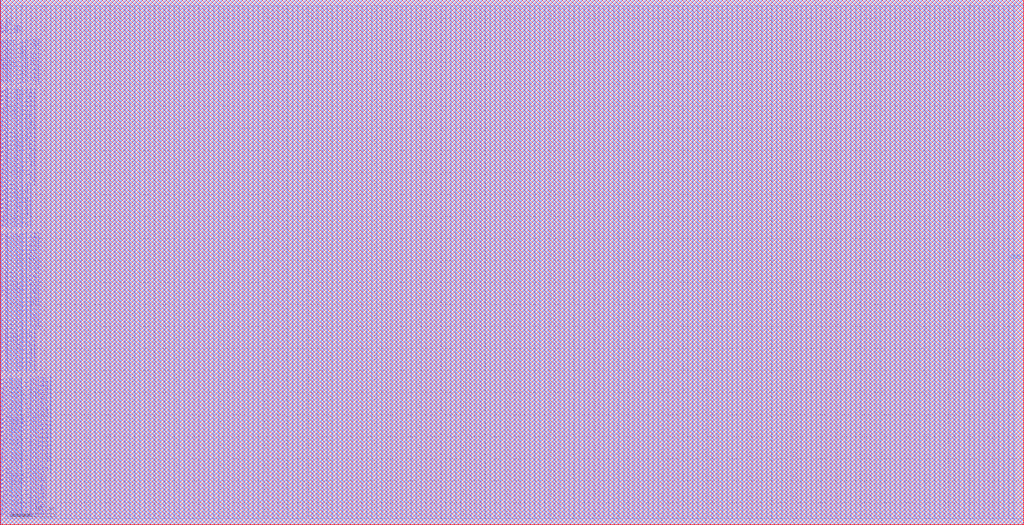
<source format=lef>
VERSION 5.7 ;
BUSBITCHARS "[]" ;
MACRO fakeram65_1024x32
  FOREIGN fakeram65_1024x32 0 0 ;
  SYMMETRY X Y R90 ;
  SIZE 232.200 BY 119.200 ;
  CLASS BLOCK ;
  PIN w_mask_in[0]
    DIRECTION INPUT ;
    USE SIGNAL ;
    SHAPE ABUTMENT ;
    PORT
      LAYER M3 ;
      RECT 0.000 1.365 0.070 1.435 ;
    END
  END w_mask_in[0]
  PIN w_mask_in[1]
    DIRECTION INPUT ;
    USE SIGNAL ;
    SHAPE ABUTMENT ;
    PORT
      LAYER M3 ;
      RECT 0.000 2.345 0.070 2.415 ;
    END
  END w_mask_in[1]
  PIN w_mask_in[2]
    DIRECTION INPUT ;
    USE SIGNAL ;
    SHAPE ABUTMENT ;
    PORT
      LAYER M3 ;
      RECT 0.000 3.325 0.070 3.395 ;
    END
  END w_mask_in[2]
  PIN w_mask_in[3]
    DIRECTION INPUT ;
    USE SIGNAL ;
    SHAPE ABUTMENT ;
    PORT
      LAYER M3 ;
      RECT 0.000 4.305 0.070 4.375 ;
    END
  END w_mask_in[3]
  PIN w_mask_in[4]
    DIRECTION INPUT ;
    USE SIGNAL ;
    SHAPE ABUTMENT ;
    PORT
      LAYER M3 ;
      RECT 0.000 5.285 0.070 5.355 ;
    END
  END w_mask_in[4]
  PIN w_mask_in[5]
    DIRECTION INPUT ;
    USE SIGNAL ;
    SHAPE ABUTMENT ;
    PORT
      LAYER M3 ;
      RECT 0.000 6.265 0.070 6.335 ;
    END
  END w_mask_in[5]
  PIN w_mask_in[6]
    DIRECTION INPUT ;
    USE SIGNAL ;
    SHAPE ABUTMENT ;
    PORT
      LAYER M3 ;
      RECT 0.000 7.245 0.070 7.315 ;
    END
  END w_mask_in[6]
  PIN w_mask_in[7]
    DIRECTION INPUT ;
    USE SIGNAL ;
    SHAPE ABUTMENT ;
    PORT
      LAYER M3 ;
      RECT 0.000 8.225 0.070 8.295 ;
    END
  END w_mask_in[7]
  PIN w_mask_in[8]
    DIRECTION INPUT ;
    USE SIGNAL ;
    SHAPE ABUTMENT ;
    PORT
      LAYER M3 ;
      RECT 0.000 9.205 0.070 9.275 ;
    END
  END w_mask_in[8]
  PIN w_mask_in[9]
    DIRECTION INPUT ;
    USE SIGNAL ;
    SHAPE ABUTMENT ;
    PORT
      LAYER M3 ;
      RECT 0.000 10.185 0.070 10.255 ;
    END
  END w_mask_in[9]
  PIN w_mask_in[10]
    DIRECTION INPUT ;
    USE SIGNAL ;
    SHAPE ABUTMENT ;
    PORT
      LAYER M3 ;
      RECT 0.000 11.165 0.070 11.235 ;
    END
  END w_mask_in[10]
  PIN w_mask_in[11]
    DIRECTION INPUT ;
    USE SIGNAL ;
    SHAPE ABUTMENT ;
    PORT
      LAYER M3 ;
      RECT 0.000 12.145 0.070 12.215 ;
    END
  END w_mask_in[11]
  PIN w_mask_in[12]
    DIRECTION INPUT ;
    USE SIGNAL ;
    SHAPE ABUTMENT ;
    PORT
      LAYER M3 ;
      RECT 0.000 13.125 0.070 13.195 ;
    END
  END w_mask_in[12]
  PIN w_mask_in[13]
    DIRECTION INPUT ;
    USE SIGNAL ;
    SHAPE ABUTMENT ;
    PORT
      LAYER M3 ;
      RECT 0.000 14.105 0.070 14.175 ;
    END
  END w_mask_in[13]
  PIN w_mask_in[14]
    DIRECTION INPUT ;
    USE SIGNAL ;
    SHAPE ABUTMENT ;
    PORT
      LAYER M3 ;
      RECT 0.000 15.085 0.070 15.155 ;
    END
  END w_mask_in[14]
  PIN w_mask_in[15]
    DIRECTION INPUT ;
    USE SIGNAL ;
    SHAPE ABUTMENT ;
    PORT
      LAYER M3 ;
      RECT 0.000 16.065 0.070 16.135 ;
    END
  END w_mask_in[15]
  PIN w_mask_in[16]
    DIRECTION INPUT ;
    USE SIGNAL ;
    SHAPE ABUTMENT ;
    PORT
      LAYER M3 ;
      RECT 0.000 17.045 0.070 17.115 ;
    END
  END w_mask_in[16]
  PIN w_mask_in[17]
    DIRECTION INPUT ;
    USE SIGNAL ;
    SHAPE ABUTMENT ;
    PORT
      LAYER M3 ;
      RECT 0.000 18.025 0.070 18.095 ;
    END
  END w_mask_in[17]
  PIN w_mask_in[18]
    DIRECTION INPUT ;
    USE SIGNAL ;
    SHAPE ABUTMENT ;
    PORT
      LAYER M3 ;
      RECT 0.000 19.005 0.070 19.075 ;
    END
  END w_mask_in[18]
  PIN w_mask_in[19]
    DIRECTION INPUT ;
    USE SIGNAL ;
    SHAPE ABUTMENT ;
    PORT
      LAYER M3 ;
      RECT 0.000 19.985 0.070 20.055 ;
    END
  END w_mask_in[19]
  PIN w_mask_in[20]
    DIRECTION INPUT ;
    USE SIGNAL ;
    SHAPE ABUTMENT ;
    PORT
      LAYER M3 ;
      RECT 0.000 20.965 0.070 21.035 ;
    END
  END w_mask_in[20]
  PIN w_mask_in[21]
    DIRECTION INPUT ;
    USE SIGNAL ;
    SHAPE ABUTMENT ;
    PORT
      LAYER M3 ;
      RECT 0.000 21.945 0.070 22.015 ;
    END
  END w_mask_in[21]
  PIN w_mask_in[22]
    DIRECTION INPUT ;
    USE SIGNAL ;
    SHAPE ABUTMENT ;
    PORT
      LAYER M3 ;
      RECT 0.000 22.925 0.070 22.995 ;
    END
  END w_mask_in[22]
  PIN w_mask_in[23]
    DIRECTION INPUT ;
    USE SIGNAL ;
    SHAPE ABUTMENT ;
    PORT
      LAYER M3 ;
      RECT 0.000 23.905 0.070 23.975 ;
    END
  END w_mask_in[23]
  PIN w_mask_in[24]
    DIRECTION INPUT ;
    USE SIGNAL ;
    SHAPE ABUTMENT ;
    PORT
      LAYER M3 ;
      RECT 0.000 24.885 0.070 24.955 ;
    END
  END w_mask_in[24]
  PIN w_mask_in[25]
    DIRECTION INPUT ;
    USE SIGNAL ;
    SHAPE ABUTMENT ;
    PORT
      LAYER M3 ;
      RECT 0.000 25.865 0.070 25.935 ;
    END
  END w_mask_in[25]
  PIN w_mask_in[26]
    DIRECTION INPUT ;
    USE SIGNAL ;
    SHAPE ABUTMENT ;
    PORT
      LAYER M3 ;
      RECT 0.000 26.845 0.070 26.915 ;
    END
  END w_mask_in[26]
  PIN w_mask_in[27]
    DIRECTION INPUT ;
    USE SIGNAL ;
    SHAPE ABUTMENT ;
    PORT
      LAYER M3 ;
      RECT 0.000 27.825 0.070 27.895 ;
    END
  END w_mask_in[27]
  PIN w_mask_in[28]
    DIRECTION INPUT ;
    USE SIGNAL ;
    SHAPE ABUTMENT ;
    PORT
      LAYER M3 ;
      RECT 0.000 28.805 0.070 28.875 ;
    END
  END w_mask_in[28]
  PIN w_mask_in[29]
    DIRECTION INPUT ;
    USE SIGNAL ;
    SHAPE ABUTMENT ;
    PORT
      LAYER M3 ;
      RECT 0.000 29.785 0.070 29.855 ;
    END
  END w_mask_in[29]
  PIN w_mask_in[30]
    DIRECTION INPUT ;
    USE SIGNAL ;
    SHAPE ABUTMENT ;
    PORT
      LAYER M3 ;
      RECT 0.000 30.765 0.070 30.835 ;
    END
  END w_mask_in[30]
  PIN w_mask_in[31]
    DIRECTION INPUT ;
    USE SIGNAL ;
    SHAPE ABUTMENT ;
    PORT
      LAYER M3 ;
      RECT 0.000 31.745 0.070 31.815 ;
    END
  END w_mask_in[31]
  PIN rd_out[0]
    DIRECTION OUTPUT ;
    USE SIGNAL ;
    SHAPE ABUTMENT ;
    PORT
      LAYER M3 ;
      RECT 0.000 34.125 0.070 34.195 ;
    END
  END rd_out[0]
  PIN rd_out[1]
    DIRECTION OUTPUT ;
    USE SIGNAL ;
    SHAPE ABUTMENT ;
    PORT
      LAYER M3 ;
      RECT 0.000 35.105 0.070 35.175 ;
    END
  END rd_out[1]
  PIN rd_out[2]
    DIRECTION OUTPUT ;
    USE SIGNAL ;
    SHAPE ABUTMENT ;
    PORT
      LAYER M3 ;
      RECT 0.000 36.085 0.070 36.155 ;
    END
  END rd_out[2]
  PIN rd_out[3]
    DIRECTION OUTPUT ;
    USE SIGNAL ;
    SHAPE ABUTMENT ;
    PORT
      LAYER M3 ;
      RECT 0.000 37.065 0.070 37.135 ;
    END
  END rd_out[3]
  PIN rd_out[4]
    DIRECTION OUTPUT ;
    USE SIGNAL ;
    SHAPE ABUTMENT ;
    PORT
      LAYER M3 ;
      RECT 0.000 38.045 0.070 38.115 ;
    END
  END rd_out[4]
  PIN rd_out[5]
    DIRECTION OUTPUT ;
    USE SIGNAL ;
    SHAPE ABUTMENT ;
    PORT
      LAYER M3 ;
      RECT 0.000 39.025 0.070 39.095 ;
    END
  END rd_out[5]
  PIN rd_out[6]
    DIRECTION OUTPUT ;
    USE SIGNAL ;
    SHAPE ABUTMENT ;
    PORT
      LAYER M3 ;
      RECT 0.000 40.005 0.070 40.075 ;
    END
  END rd_out[6]
  PIN rd_out[7]
    DIRECTION OUTPUT ;
    USE SIGNAL ;
    SHAPE ABUTMENT ;
    PORT
      LAYER M3 ;
      RECT 0.000 40.985 0.070 41.055 ;
    END
  END rd_out[7]
  PIN rd_out[8]
    DIRECTION OUTPUT ;
    USE SIGNAL ;
    SHAPE ABUTMENT ;
    PORT
      LAYER M3 ;
      RECT 0.000 41.965 0.070 42.035 ;
    END
  END rd_out[8]
  PIN rd_out[9]
    DIRECTION OUTPUT ;
    USE SIGNAL ;
    SHAPE ABUTMENT ;
    PORT
      LAYER M3 ;
      RECT 0.000 42.945 0.070 43.015 ;
    END
  END rd_out[9]
  PIN rd_out[10]
    DIRECTION OUTPUT ;
    USE SIGNAL ;
    SHAPE ABUTMENT ;
    PORT
      LAYER M3 ;
      RECT 0.000 43.925 0.070 43.995 ;
    END
  END rd_out[10]
  PIN rd_out[11]
    DIRECTION OUTPUT ;
    USE SIGNAL ;
    SHAPE ABUTMENT ;
    PORT
      LAYER M3 ;
      RECT 0.000 44.905 0.070 44.975 ;
    END
  END rd_out[11]
  PIN rd_out[12]
    DIRECTION OUTPUT ;
    USE SIGNAL ;
    SHAPE ABUTMENT ;
    PORT
      LAYER M3 ;
      RECT 0.000 45.885 0.070 45.955 ;
    END
  END rd_out[12]
  PIN rd_out[13]
    DIRECTION OUTPUT ;
    USE SIGNAL ;
    SHAPE ABUTMENT ;
    PORT
      LAYER M3 ;
      RECT 0.000 46.865 0.070 46.935 ;
    END
  END rd_out[13]
  PIN rd_out[14]
    DIRECTION OUTPUT ;
    USE SIGNAL ;
    SHAPE ABUTMENT ;
    PORT
      LAYER M3 ;
      RECT 0.000 47.845 0.070 47.915 ;
    END
  END rd_out[14]
  PIN rd_out[15]
    DIRECTION OUTPUT ;
    USE SIGNAL ;
    SHAPE ABUTMENT ;
    PORT
      LAYER M3 ;
      RECT 0.000 48.825 0.070 48.895 ;
    END
  END rd_out[15]
  PIN rd_out[16]
    DIRECTION OUTPUT ;
    USE SIGNAL ;
    SHAPE ABUTMENT ;
    PORT
      LAYER M3 ;
      RECT 0.000 49.805 0.070 49.875 ;
    END
  END rd_out[16]
  PIN rd_out[17]
    DIRECTION OUTPUT ;
    USE SIGNAL ;
    SHAPE ABUTMENT ;
    PORT
      LAYER M3 ;
      RECT 0.000 50.785 0.070 50.855 ;
    END
  END rd_out[17]
  PIN rd_out[18]
    DIRECTION OUTPUT ;
    USE SIGNAL ;
    SHAPE ABUTMENT ;
    PORT
      LAYER M3 ;
      RECT 0.000 51.765 0.070 51.835 ;
    END
  END rd_out[18]
  PIN rd_out[19]
    DIRECTION OUTPUT ;
    USE SIGNAL ;
    SHAPE ABUTMENT ;
    PORT
      LAYER M3 ;
      RECT 0.000 52.745 0.070 52.815 ;
    END
  END rd_out[19]
  PIN rd_out[20]
    DIRECTION OUTPUT ;
    USE SIGNAL ;
    SHAPE ABUTMENT ;
    PORT
      LAYER M3 ;
      RECT 0.000 53.725 0.070 53.795 ;
    END
  END rd_out[20]
  PIN rd_out[21]
    DIRECTION OUTPUT ;
    USE SIGNAL ;
    SHAPE ABUTMENT ;
    PORT
      LAYER M3 ;
      RECT 0.000 54.705 0.070 54.775 ;
    END
  END rd_out[21]
  PIN rd_out[22]
    DIRECTION OUTPUT ;
    USE SIGNAL ;
    SHAPE ABUTMENT ;
    PORT
      LAYER M3 ;
      RECT 0.000 55.685 0.070 55.755 ;
    END
  END rd_out[22]
  PIN rd_out[23]
    DIRECTION OUTPUT ;
    USE SIGNAL ;
    SHAPE ABUTMENT ;
    PORT
      LAYER M3 ;
      RECT 0.000 56.665 0.070 56.735 ;
    END
  END rd_out[23]
  PIN rd_out[24]
    DIRECTION OUTPUT ;
    USE SIGNAL ;
    SHAPE ABUTMENT ;
    PORT
      LAYER M3 ;
      RECT 0.000 57.645 0.070 57.715 ;
    END
  END rd_out[24]
  PIN rd_out[25]
    DIRECTION OUTPUT ;
    USE SIGNAL ;
    SHAPE ABUTMENT ;
    PORT
      LAYER M3 ;
      RECT 0.000 58.625 0.070 58.695 ;
    END
  END rd_out[25]
  PIN rd_out[26]
    DIRECTION OUTPUT ;
    USE SIGNAL ;
    SHAPE ABUTMENT ;
    PORT
      LAYER M3 ;
      RECT 0.000 59.605 0.070 59.675 ;
    END
  END rd_out[26]
  PIN rd_out[27]
    DIRECTION OUTPUT ;
    USE SIGNAL ;
    SHAPE ABUTMENT ;
    PORT
      LAYER M3 ;
      RECT 0.000 60.585 0.070 60.655 ;
    END
  END rd_out[27]
  PIN rd_out[28]
    DIRECTION OUTPUT ;
    USE SIGNAL ;
    SHAPE ABUTMENT ;
    PORT
      LAYER M3 ;
      RECT 0.000 61.565 0.070 61.635 ;
    END
  END rd_out[28]
  PIN rd_out[29]
    DIRECTION OUTPUT ;
    USE SIGNAL ;
    SHAPE ABUTMENT ;
    PORT
      LAYER M3 ;
      RECT 0.000 62.545 0.070 62.615 ;
    END
  END rd_out[29]
  PIN rd_out[30]
    DIRECTION OUTPUT ;
    USE SIGNAL ;
    SHAPE ABUTMENT ;
    PORT
      LAYER M3 ;
      RECT 0.000 63.525 0.070 63.595 ;
    END
  END rd_out[30]
  PIN rd_out[31]
    DIRECTION OUTPUT ;
    USE SIGNAL ;
    SHAPE ABUTMENT ;
    PORT
      LAYER M3 ;
      RECT 0.000 64.505 0.070 64.575 ;
    END
  END rd_out[31]
  PIN wd_in[0]
    DIRECTION INPUT ;
    USE SIGNAL ;
    SHAPE ABUTMENT ;
    PORT
      LAYER M3 ;
      RECT 0.000 66.885 0.070 66.955 ;
    END
  END wd_in[0]
  PIN wd_in[1]
    DIRECTION INPUT ;
    USE SIGNAL ;
    SHAPE ABUTMENT ;
    PORT
      LAYER M3 ;
      RECT 0.000 67.865 0.070 67.935 ;
    END
  END wd_in[1]
  PIN wd_in[2]
    DIRECTION INPUT ;
    USE SIGNAL ;
    SHAPE ABUTMENT ;
    PORT
      LAYER M3 ;
      RECT 0.000 68.845 0.070 68.915 ;
    END
  END wd_in[2]
  PIN wd_in[3]
    DIRECTION INPUT ;
    USE SIGNAL ;
    SHAPE ABUTMENT ;
    PORT
      LAYER M3 ;
      RECT 0.000 69.825 0.070 69.895 ;
    END
  END wd_in[3]
  PIN wd_in[4]
    DIRECTION INPUT ;
    USE SIGNAL ;
    SHAPE ABUTMENT ;
    PORT
      LAYER M3 ;
      RECT 0.000 70.805 0.070 70.875 ;
    END
  END wd_in[4]
  PIN wd_in[5]
    DIRECTION INPUT ;
    USE SIGNAL ;
    SHAPE ABUTMENT ;
    PORT
      LAYER M3 ;
      RECT 0.000 71.785 0.070 71.855 ;
    END
  END wd_in[5]
  PIN wd_in[6]
    DIRECTION INPUT ;
    USE SIGNAL ;
    SHAPE ABUTMENT ;
    PORT
      LAYER M3 ;
      RECT 0.000 72.765 0.070 72.835 ;
    END
  END wd_in[6]
  PIN wd_in[7]
    DIRECTION INPUT ;
    USE SIGNAL ;
    SHAPE ABUTMENT ;
    PORT
      LAYER M3 ;
      RECT 0.000 73.745 0.070 73.815 ;
    END
  END wd_in[7]
  PIN wd_in[8]
    DIRECTION INPUT ;
    USE SIGNAL ;
    SHAPE ABUTMENT ;
    PORT
      LAYER M3 ;
      RECT 0.000 74.725 0.070 74.795 ;
    END
  END wd_in[8]
  PIN wd_in[9]
    DIRECTION INPUT ;
    USE SIGNAL ;
    SHAPE ABUTMENT ;
    PORT
      LAYER M3 ;
      RECT 0.000 75.705 0.070 75.775 ;
    END
  END wd_in[9]
  PIN wd_in[10]
    DIRECTION INPUT ;
    USE SIGNAL ;
    SHAPE ABUTMENT ;
    PORT
      LAYER M3 ;
      RECT 0.000 76.685 0.070 76.755 ;
    END
  END wd_in[10]
  PIN wd_in[11]
    DIRECTION INPUT ;
    USE SIGNAL ;
    SHAPE ABUTMENT ;
    PORT
      LAYER M3 ;
      RECT 0.000 77.665 0.070 77.735 ;
    END
  END wd_in[11]
  PIN wd_in[12]
    DIRECTION INPUT ;
    USE SIGNAL ;
    SHAPE ABUTMENT ;
    PORT
      LAYER M3 ;
      RECT 0.000 78.645 0.070 78.715 ;
    END
  END wd_in[12]
  PIN wd_in[13]
    DIRECTION INPUT ;
    USE SIGNAL ;
    SHAPE ABUTMENT ;
    PORT
      LAYER M3 ;
      RECT 0.000 79.625 0.070 79.695 ;
    END
  END wd_in[13]
  PIN wd_in[14]
    DIRECTION INPUT ;
    USE SIGNAL ;
    SHAPE ABUTMENT ;
    PORT
      LAYER M3 ;
      RECT 0.000 80.605 0.070 80.675 ;
    END
  END wd_in[14]
  PIN wd_in[15]
    DIRECTION INPUT ;
    USE SIGNAL ;
    SHAPE ABUTMENT ;
    PORT
      LAYER M3 ;
      RECT 0.000 81.585 0.070 81.655 ;
    END
  END wd_in[15]
  PIN wd_in[16]
    DIRECTION INPUT ;
    USE SIGNAL ;
    SHAPE ABUTMENT ;
    PORT
      LAYER M3 ;
      RECT 0.000 82.565 0.070 82.635 ;
    END
  END wd_in[16]
  PIN wd_in[17]
    DIRECTION INPUT ;
    USE SIGNAL ;
    SHAPE ABUTMENT ;
    PORT
      LAYER M3 ;
      RECT 0.000 83.545 0.070 83.615 ;
    END
  END wd_in[17]
  PIN wd_in[18]
    DIRECTION INPUT ;
    USE SIGNAL ;
    SHAPE ABUTMENT ;
    PORT
      LAYER M3 ;
      RECT 0.000 84.525 0.070 84.595 ;
    END
  END wd_in[18]
  PIN wd_in[19]
    DIRECTION INPUT ;
    USE SIGNAL ;
    SHAPE ABUTMENT ;
    PORT
      LAYER M3 ;
      RECT 0.000 85.505 0.070 85.575 ;
    END
  END wd_in[19]
  PIN wd_in[20]
    DIRECTION INPUT ;
    USE SIGNAL ;
    SHAPE ABUTMENT ;
    PORT
      LAYER M3 ;
      RECT 0.000 86.485 0.070 86.555 ;
    END
  END wd_in[20]
  PIN wd_in[21]
    DIRECTION INPUT ;
    USE SIGNAL ;
    SHAPE ABUTMENT ;
    PORT
      LAYER M3 ;
      RECT 0.000 87.465 0.070 87.535 ;
    END
  END wd_in[21]
  PIN wd_in[22]
    DIRECTION INPUT ;
    USE SIGNAL ;
    SHAPE ABUTMENT ;
    PORT
      LAYER M3 ;
      RECT 0.000 88.445 0.070 88.515 ;
    END
  END wd_in[22]
  PIN wd_in[23]
    DIRECTION INPUT ;
    USE SIGNAL ;
    SHAPE ABUTMENT ;
    PORT
      LAYER M3 ;
      RECT 0.000 89.425 0.070 89.495 ;
    END
  END wd_in[23]
  PIN wd_in[24]
    DIRECTION INPUT ;
    USE SIGNAL ;
    SHAPE ABUTMENT ;
    PORT
      LAYER M3 ;
      RECT 0.000 90.405 0.070 90.475 ;
    END
  END wd_in[24]
  PIN wd_in[25]
    DIRECTION INPUT ;
    USE SIGNAL ;
    SHAPE ABUTMENT ;
    PORT
      LAYER M3 ;
      RECT 0.000 91.385 0.070 91.455 ;
    END
  END wd_in[25]
  PIN wd_in[26]
    DIRECTION INPUT ;
    USE SIGNAL ;
    SHAPE ABUTMENT ;
    PORT
      LAYER M3 ;
      RECT 0.000 92.365 0.070 92.435 ;
    END
  END wd_in[26]
  PIN wd_in[27]
    DIRECTION INPUT ;
    USE SIGNAL ;
    SHAPE ABUTMENT ;
    PORT
      LAYER M3 ;
      RECT 0.000 93.345 0.070 93.415 ;
    END
  END wd_in[27]
  PIN wd_in[28]
    DIRECTION INPUT ;
    USE SIGNAL ;
    SHAPE ABUTMENT ;
    PORT
      LAYER M3 ;
      RECT 0.000 94.325 0.070 94.395 ;
    END
  END wd_in[28]
  PIN wd_in[29]
    DIRECTION INPUT ;
    USE SIGNAL ;
    SHAPE ABUTMENT ;
    PORT
      LAYER M3 ;
      RECT 0.000 95.305 0.070 95.375 ;
    END
  END wd_in[29]
  PIN wd_in[30]
    DIRECTION INPUT ;
    USE SIGNAL ;
    SHAPE ABUTMENT ;
    PORT
      LAYER M3 ;
      RECT 0.000 96.285 0.070 96.355 ;
    END
  END wd_in[30]
  PIN wd_in[31]
    DIRECTION INPUT ;
    USE SIGNAL ;
    SHAPE ABUTMENT ;
    PORT
      LAYER M3 ;
      RECT 0.000 97.265 0.070 97.335 ;
    END
  END wd_in[31]
  PIN addr_in[0]
    DIRECTION INPUT ;
    USE SIGNAL ;
    SHAPE ABUTMENT ;
    PORT
      LAYER M3 ;
      RECT 0.000 99.645 0.070 99.715 ;
    END
  END addr_in[0]
  PIN addr_in[1]
    DIRECTION INPUT ;
    USE SIGNAL ;
    SHAPE ABUTMENT ;
    PORT
      LAYER M3 ;
      RECT 0.000 100.625 0.070 100.695 ;
    END
  END addr_in[1]
  PIN addr_in[2]
    DIRECTION INPUT ;
    USE SIGNAL ;
    SHAPE ABUTMENT ;
    PORT
      LAYER M3 ;
      RECT 0.000 101.605 0.070 101.675 ;
    END
  END addr_in[2]
  PIN addr_in[3]
    DIRECTION INPUT ;
    USE SIGNAL ;
    SHAPE ABUTMENT ;
    PORT
      LAYER M3 ;
      RECT 0.000 102.585 0.070 102.655 ;
    END
  END addr_in[3]
  PIN addr_in[4]
    DIRECTION INPUT ;
    USE SIGNAL ;
    SHAPE ABUTMENT ;
    PORT
      LAYER M3 ;
      RECT 0.000 103.565 0.070 103.635 ;
    END
  END addr_in[4]
  PIN addr_in[5]
    DIRECTION INPUT ;
    USE SIGNAL ;
    SHAPE ABUTMENT ;
    PORT
      LAYER M3 ;
      RECT 0.000 104.545 0.070 104.615 ;
    END
  END addr_in[5]
  PIN addr_in[6]
    DIRECTION INPUT ;
    USE SIGNAL ;
    SHAPE ABUTMENT ;
    PORT
      LAYER M3 ;
      RECT 0.000 105.525 0.070 105.595 ;
    END
  END addr_in[6]
  PIN addr_in[7]
    DIRECTION INPUT ;
    USE SIGNAL ;
    SHAPE ABUTMENT ;
    PORT
      LAYER M3 ;
      RECT 0.000 106.505 0.070 106.575 ;
    END
  END addr_in[7]
  PIN addr_in[8]
    DIRECTION INPUT ;
    USE SIGNAL ;
    SHAPE ABUTMENT ;
    PORT
      LAYER M3 ;
      RECT 0.000 107.485 0.070 107.555 ;
    END
  END addr_in[8]
  PIN addr_in[9]
    DIRECTION INPUT ;
    USE SIGNAL ;
    SHAPE ABUTMENT ;
    PORT
      LAYER M3 ;
      RECT 0.000 108.465 0.070 108.535 ;
    END
  END addr_in[9]
  PIN we_in
    DIRECTION INPUT ;
    USE SIGNAL ;
    SHAPE ABUTMENT ;
    PORT
      LAYER M3 ;
      RECT 0.000 110.845 0.070 110.915 ;
    END
  END we_in
  PIN ce_in
    DIRECTION INPUT ;
    USE SIGNAL ;
    SHAPE ABUTMENT ;
    PORT
      LAYER M3 ;
      RECT 0.000 111.825 0.070 111.895 ;
    END
  END ce_in
  PIN clk
    DIRECTION INPUT ;
    USE SIGNAL ;
    SHAPE ABUTMENT ;
    PORT
      LAYER M3 ;
      RECT 0.000 112.805 0.070 112.875 ;
    END
  END clk
  PIN VSS
    DIRECTION INOUT ;
    USE GROUND ;
    PORT
      LAYER M4 ;
      RECT 1.260 1.400 1.540 117.800 ;
      RECT 3.500 1.400 3.780 117.800 ;
      RECT 5.740 1.400 6.020 117.800 ;
      RECT 7.980 1.400 8.260 117.800 ;
      RECT 10.220 1.400 10.500 117.800 ;
      RECT 12.460 1.400 12.740 117.800 ;
      RECT 14.700 1.400 14.980 117.800 ;
      RECT 16.940 1.400 17.220 117.800 ;
      RECT 19.180 1.400 19.460 117.800 ;
      RECT 21.420 1.400 21.700 117.800 ;
      RECT 23.660 1.400 23.940 117.800 ;
      RECT 25.900 1.400 26.180 117.800 ;
      RECT 28.140 1.400 28.420 117.800 ;
      RECT 30.380 1.400 30.660 117.800 ;
      RECT 32.620 1.400 32.900 117.800 ;
      RECT 34.860 1.400 35.140 117.800 ;
      RECT 37.100 1.400 37.380 117.800 ;
      RECT 39.340 1.400 39.620 117.800 ;
      RECT 41.580 1.400 41.860 117.800 ;
      RECT 43.820 1.400 44.100 117.800 ;
      RECT 46.060 1.400 46.340 117.800 ;
      RECT 48.300 1.400 48.580 117.800 ;
      RECT 50.540 1.400 50.820 117.800 ;
      RECT 52.780 1.400 53.060 117.800 ;
      RECT 55.020 1.400 55.300 117.800 ;
      RECT 57.260 1.400 57.540 117.800 ;
      RECT 59.500 1.400 59.780 117.800 ;
      RECT 61.740 1.400 62.020 117.800 ;
      RECT 63.980 1.400 64.260 117.800 ;
      RECT 66.220 1.400 66.500 117.800 ;
      RECT 68.460 1.400 68.740 117.800 ;
      RECT 70.700 1.400 70.980 117.800 ;
      RECT 72.940 1.400 73.220 117.800 ;
      RECT 75.180 1.400 75.460 117.800 ;
      RECT 77.420 1.400 77.700 117.800 ;
      RECT 79.660 1.400 79.940 117.800 ;
      RECT 81.900 1.400 82.180 117.800 ;
      RECT 84.140 1.400 84.420 117.800 ;
      RECT 86.380 1.400 86.660 117.800 ;
      RECT 88.620 1.400 88.900 117.800 ;
      RECT 90.860 1.400 91.140 117.800 ;
      RECT 93.100 1.400 93.380 117.800 ;
      RECT 95.340 1.400 95.620 117.800 ;
      RECT 97.580 1.400 97.860 117.800 ;
      RECT 99.820 1.400 100.100 117.800 ;
      RECT 102.060 1.400 102.340 117.800 ;
      RECT 104.300 1.400 104.580 117.800 ;
      RECT 106.540 1.400 106.820 117.800 ;
      RECT 108.780 1.400 109.060 117.800 ;
      RECT 111.020 1.400 111.300 117.800 ;
      RECT 113.260 1.400 113.540 117.800 ;
      RECT 115.500 1.400 115.780 117.800 ;
      RECT 117.740 1.400 118.020 117.800 ;
      RECT 119.980 1.400 120.260 117.800 ;
      RECT 122.220 1.400 122.500 117.800 ;
      RECT 124.460 1.400 124.740 117.800 ;
      RECT 126.700 1.400 126.980 117.800 ;
      RECT 128.940 1.400 129.220 117.800 ;
      RECT 131.180 1.400 131.460 117.800 ;
      RECT 133.420 1.400 133.700 117.800 ;
      RECT 135.660 1.400 135.940 117.800 ;
      RECT 137.900 1.400 138.180 117.800 ;
      RECT 140.140 1.400 140.420 117.800 ;
      RECT 142.380 1.400 142.660 117.800 ;
      RECT 144.620 1.400 144.900 117.800 ;
      RECT 146.860 1.400 147.140 117.800 ;
      RECT 149.100 1.400 149.380 117.800 ;
      RECT 151.340 1.400 151.620 117.800 ;
      RECT 153.580 1.400 153.860 117.800 ;
      RECT 155.820 1.400 156.100 117.800 ;
      RECT 158.060 1.400 158.340 117.800 ;
      RECT 160.300 1.400 160.580 117.800 ;
      RECT 162.540 1.400 162.820 117.800 ;
      RECT 164.780 1.400 165.060 117.800 ;
      RECT 167.020 1.400 167.300 117.800 ;
      RECT 169.260 1.400 169.540 117.800 ;
      RECT 171.500 1.400 171.780 117.800 ;
      RECT 173.740 1.400 174.020 117.800 ;
      RECT 175.980 1.400 176.260 117.800 ;
      RECT 178.220 1.400 178.500 117.800 ;
      RECT 180.460 1.400 180.740 117.800 ;
      RECT 182.700 1.400 182.980 117.800 ;
      RECT 184.940 1.400 185.220 117.800 ;
      RECT 187.180 1.400 187.460 117.800 ;
      RECT 189.420 1.400 189.700 117.800 ;
      RECT 191.660 1.400 191.940 117.800 ;
      RECT 193.900 1.400 194.180 117.800 ;
      RECT 196.140 1.400 196.420 117.800 ;
      RECT 198.380 1.400 198.660 117.800 ;
      RECT 200.620 1.400 200.900 117.800 ;
      RECT 202.860 1.400 203.140 117.800 ;
      RECT 205.100 1.400 205.380 117.800 ;
      RECT 207.340 1.400 207.620 117.800 ;
      RECT 209.580 1.400 209.860 117.800 ;
      RECT 211.820 1.400 212.100 117.800 ;
      RECT 214.060 1.400 214.340 117.800 ;
      RECT 216.300 1.400 216.580 117.800 ;
      RECT 218.540 1.400 218.820 117.800 ;
      RECT 220.780 1.400 221.060 117.800 ;
      RECT 223.020 1.400 223.300 117.800 ;
      RECT 225.260 1.400 225.540 117.800 ;
      RECT 227.500 1.400 227.780 117.800 ;
      RECT 229.740 1.400 230.020 117.800 ;
    END
  END VSS
  PIN VDD
    DIRECTION INOUT ;
    USE POWER ;
    PORT
      LAYER M4 ;
      RECT 2.380 1.400 2.660 117.800 ;
      RECT 4.620 1.400 4.900 117.800 ;
      RECT 6.860 1.400 7.140 117.800 ;
      RECT 9.100 1.400 9.380 117.800 ;
      RECT 11.340 1.400 11.620 117.800 ;
      RECT 13.580 1.400 13.860 117.800 ;
      RECT 15.820 1.400 16.100 117.800 ;
      RECT 18.060 1.400 18.340 117.800 ;
      RECT 20.300 1.400 20.580 117.800 ;
      RECT 22.540 1.400 22.820 117.800 ;
      RECT 24.780 1.400 25.060 117.800 ;
      RECT 27.020 1.400 27.300 117.800 ;
      RECT 29.260 1.400 29.540 117.800 ;
      RECT 31.500 1.400 31.780 117.800 ;
      RECT 33.740 1.400 34.020 117.800 ;
      RECT 35.980 1.400 36.260 117.800 ;
      RECT 38.220 1.400 38.500 117.800 ;
      RECT 40.460 1.400 40.740 117.800 ;
      RECT 42.700 1.400 42.980 117.800 ;
      RECT 44.940 1.400 45.220 117.800 ;
      RECT 47.180 1.400 47.460 117.800 ;
      RECT 49.420 1.400 49.700 117.800 ;
      RECT 51.660 1.400 51.940 117.800 ;
      RECT 53.900 1.400 54.180 117.800 ;
      RECT 56.140 1.400 56.420 117.800 ;
      RECT 58.380 1.400 58.660 117.800 ;
      RECT 60.620 1.400 60.900 117.800 ;
      RECT 62.860 1.400 63.140 117.800 ;
      RECT 65.100 1.400 65.380 117.800 ;
      RECT 67.340 1.400 67.620 117.800 ;
      RECT 69.580 1.400 69.860 117.800 ;
      RECT 71.820 1.400 72.100 117.800 ;
      RECT 74.060 1.400 74.340 117.800 ;
      RECT 76.300 1.400 76.580 117.800 ;
      RECT 78.540 1.400 78.820 117.800 ;
      RECT 80.780 1.400 81.060 117.800 ;
      RECT 83.020 1.400 83.300 117.800 ;
      RECT 85.260 1.400 85.540 117.800 ;
      RECT 87.500 1.400 87.780 117.800 ;
      RECT 89.740 1.400 90.020 117.800 ;
      RECT 91.980 1.400 92.260 117.800 ;
      RECT 94.220 1.400 94.500 117.800 ;
      RECT 96.460 1.400 96.740 117.800 ;
      RECT 98.700 1.400 98.980 117.800 ;
      RECT 100.940 1.400 101.220 117.800 ;
      RECT 103.180 1.400 103.460 117.800 ;
      RECT 105.420 1.400 105.700 117.800 ;
      RECT 107.660 1.400 107.940 117.800 ;
      RECT 109.900 1.400 110.180 117.800 ;
      RECT 112.140 1.400 112.420 117.800 ;
      RECT 114.380 1.400 114.660 117.800 ;
      RECT 116.620 1.400 116.900 117.800 ;
      RECT 118.860 1.400 119.140 117.800 ;
      RECT 121.100 1.400 121.380 117.800 ;
      RECT 123.340 1.400 123.620 117.800 ;
      RECT 125.580 1.400 125.860 117.800 ;
      RECT 127.820 1.400 128.100 117.800 ;
      RECT 130.060 1.400 130.340 117.800 ;
      RECT 132.300 1.400 132.580 117.800 ;
      RECT 134.540 1.400 134.820 117.800 ;
      RECT 136.780 1.400 137.060 117.800 ;
      RECT 139.020 1.400 139.300 117.800 ;
      RECT 141.260 1.400 141.540 117.800 ;
      RECT 143.500 1.400 143.780 117.800 ;
      RECT 145.740 1.400 146.020 117.800 ;
      RECT 147.980 1.400 148.260 117.800 ;
      RECT 150.220 1.400 150.500 117.800 ;
      RECT 152.460 1.400 152.740 117.800 ;
      RECT 154.700 1.400 154.980 117.800 ;
      RECT 156.940 1.400 157.220 117.800 ;
      RECT 159.180 1.400 159.460 117.800 ;
      RECT 161.420 1.400 161.700 117.800 ;
      RECT 163.660 1.400 163.940 117.800 ;
      RECT 165.900 1.400 166.180 117.800 ;
      RECT 168.140 1.400 168.420 117.800 ;
      RECT 170.380 1.400 170.660 117.800 ;
      RECT 172.620 1.400 172.900 117.800 ;
      RECT 174.860 1.400 175.140 117.800 ;
      RECT 177.100 1.400 177.380 117.800 ;
      RECT 179.340 1.400 179.620 117.800 ;
      RECT 181.580 1.400 181.860 117.800 ;
      RECT 183.820 1.400 184.100 117.800 ;
      RECT 186.060 1.400 186.340 117.800 ;
      RECT 188.300 1.400 188.580 117.800 ;
      RECT 190.540 1.400 190.820 117.800 ;
      RECT 192.780 1.400 193.060 117.800 ;
      RECT 195.020 1.400 195.300 117.800 ;
      RECT 197.260 1.400 197.540 117.800 ;
      RECT 199.500 1.400 199.780 117.800 ;
      RECT 201.740 1.400 202.020 117.800 ;
      RECT 203.980 1.400 204.260 117.800 ;
      RECT 206.220 1.400 206.500 117.800 ;
      RECT 208.460 1.400 208.740 117.800 ;
      RECT 210.700 1.400 210.980 117.800 ;
      RECT 212.940 1.400 213.220 117.800 ;
      RECT 215.180 1.400 215.460 117.800 ;
      RECT 217.420 1.400 217.700 117.800 ;
      RECT 219.660 1.400 219.940 117.800 ;
      RECT 221.900 1.400 222.180 117.800 ;
      RECT 224.140 1.400 224.420 117.800 ;
      RECT 226.380 1.400 226.660 117.800 ;
      RECT 228.620 1.400 228.900 117.800 ;
    END
  END VDD
  OBS
    LAYER M1 ;
    RECT 0 0 232.200 119.200 ;
    LAYER M2 ;
    RECT 0 0 232.200 119.200 ;
    LAYER M3 ;
    RECT 0.070 0 232.200 119.200 ;
    RECT 0 0.000 0.070 1.365 ;
    RECT 0 1.435 0.070 2.345 ;
    RECT 0 2.415 0.070 3.325 ;
    RECT 0 3.395 0.070 4.305 ;
    RECT 0 4.375 0.070 5.285 ;
    RECT 0 5.355 0.070 6.265 ;
    RECT 0 6.335 0.070 7.245 ;
    RECT 0 7.315 0.070 8.225 ;
    RECT 0 8.295 0.070 9.205 ;
    RECT 0 9.275 0.070 10.185 ;
    RECT 0 10.255 0.070 11.165 ;
    RECT 0 11.235 0.070 12.145 ;
    RECT 0 12.215 0.070 13.125 ;
    RECT 0 13.195 0.070 14.105 ;
    RECT 0 14.175 0.070 15.085 ;
    RECT 0 15.155 0.070 16.065 ;
    RECT 0 16.135 0.070 17.045 ;
    RECT 0 17.115 0.070 18.025 ;
    RECT 0 18.095 0.070 19.005 ;
    RECT 0 19.075 0.070 19.985 ;
    RECT 0 20.055 0.070 20.965 ;
    RECT 0 21.035 0.070 21.945 ;
    RECT 0 22.015 0.070 22.925 ;
    RECT 0 22.995 0.070 23.905 ;
    RECT 0 23.975 0.070 24.885 ;
    RECT 0 24.955 0.070 25.865 ;
    RECT 0 25.935 0.070 26.845 ;
    RECT 0 26.915 0.070 27.825 ;
    RECT 0 27.895 0.070 28.805 ;
    RECT 0 28.875 0.070 29.785 ;
    RECT 0 29.855 0.070 30.765 ;
    RECT 0 30.835 0.070 31.745 ;
    RECT 0 31.815 0.070 34.125 ;
    RECT 0 34.195 0.070 35.105 ;
    RECT 0 35.175 0.070 36.085 ;
    RECT 0 36.155 0.070 37.065 ;
    RECT 0 37.135 0.070 38.045 ;
    RECT 0 38.115 0.070 39.025 ;
    RECT 0 39.095 0.070 40.005 ;
    RECT 0 40.075 0.070 40.985 ;
    RECT 0 41.055 0.070 41.965 ;
    RECT 0 42.035 0.070 42.945 ;
    RECT 0 43.015 0.070 43.925 ;
    RECT 0 43.995 0.070 44.905 ;
    RECT 0 44.975 0.070 45.885 ;
    RECT 0 45.955 0.070 46.865 ;
    RECT 0 46.935 0.070 47.845 ;
    RECT 0 47.915 0.070 48.825 ;
    RECT 0 48.895 0.070 49.805 ;
    RECT 0 49.875 0.070 50.785 ;
    RECT 0 50.855 0.070 51.765 ;
    RECT 0 51.835 0.070 52.745 ;
    RECT 0 52.815 0.070 53.725 ;
    RECT 0 53.795 0.070 54.705 ;
    RECT 0 54.775 0.070 55.685 ;
    RECT 0 55.755 0.070 56.665 ;
    RECT 0 56.735 0.070 57.645 ;
    RECT 0 57.715 0.070 58.625 ;
    RECT 0 58.695 0.070 59.605 ;
    RECT 0 59.675 0.070 60.585 ;
    RECT 0 60.655 0.070 61.565 ;
    RECT 0 61.635 0.070 62.545 ;
    RECT 0 62.615 0.070 63.525 ;
    RECT 0 63.595 0.070 64.505 ;
    RECT 0 64.575 0.070 66.885 ;
    RECT 0 66.955 0.070 67.865 ;
    RECT 0 67.935 0.070 68.845 ;
    RECT 0 68.915 0.070 69.825 ;
    RECT 0 69.895 0.070 70.805 ;
    RECT 0 70.875 0.070 71.785 ;
    RECT 0 71.855 0.070 72.765 ;
    RECT 0 72.835 0.070 73.745 ;
    RECT 0 73.815 0.070 74.725 ;
    RECT 0 74.795 0.070 75.705 ;
    RECT 0 75.775 0.070 76.685 ;
    RECT 0 76.755 0.070 77.665 ;
    RECT 0 77.735 0.070 78.645 ;
    RECT 0 78.715 0.070 79.625 ;
    RECT 0 79.695 0.070 80.605 ;
    RECT 0 80.675 0.070 81.585 ;
    RECT 0 81.655 0.070 82.565 ;
    RECT 0 82.635 0.070 83.545 ;
    RECT 0 83.615 0.070 84.525 ;
    RECT 0 84.595 0.070 85.505 ;
    RECT 0 85.575 0.070 86.485 ;
    RECT 0 86.555 0.070 87.465 ;
    RECT 0 87.535 0.070 88.445 ;
    RECT 0 88.515 0.070 89.425 ;
    RECT 0 89.495 0.070 90.405 ;
    RECT 0 90.475 0.070 91.385 ;
    RECT 0 91.455 0.070 92.365 ;
    RECT 0 92.435 0.070 93.345 ;
    RECT 0 93.415 0.070 94.325 ;
    RECT 0 94.395 0.070 95.305 ;
    RECT 0 95.375 0.070 96.285 ;
    RECT 0 96.355 0.070 97.265 ;
    RECT 0 97.335 0.070 99.645 ;
    RECT 0 99.715 0.070 100.625 ;
    RECT 0 100.695 0.070 101.605 ;
    RECT 0 101.675 0.070 102.585 ;
    RECT 0 102.655 0.070 103.565 ;
    RECT 0 103.635 0.070 104.545 ;
    RECT 0 104.615 0.070 105.525 ;
    RECT 0 105.595 0.070 106.505 ;
    RECT 0 106.575 0.070 107.485 ;
    RECT 0 107.555 0.070 108.465 ;
    RECT 0 108.535 0.070 110.845 ;
    RECT 0 110.915 0.070 111.825 ;
    RECT 0 111.895 0.070 112.805 ;
    RECT 0 112.875 0.070 119.200 ;
    LAYER M4 ;
    RECT 0 0 232.200 1.400 ;
    RECT 0 117.800 232.200 119.200 ;
    RECT 0.000 1.400 1.260 117.800 ;
    RECT 1.540 1.400 2.380 117.800 ;
    RECT 2.660 1.400 3.500 117.800 ;
    RECT 3.780 1.400 4.620 117.800 ;
    RECT 4.900 1.400 5.740 117.800 ;
    RECT 6.020 1.400 6.860 117.800 ;
    RECT 7.140 1.400 7.980 117.800 ;
    RECT 8.260 1.400 9.100 117.800 ;
    RECT 9.380 1.400 10.220 117.800 ;
    RECT 10.500 1.400 11.340 117.800 ;
    RECT 11.620 1.400 12.460 117.800 ;
    RECT 12.740 1.400 13.580 117.800 ;
    RECT 13.860 1.400 14.700 117.800 ;
    RECT 14.980 1.400 15.820 117.800 ;
    RECT 16.100 1.400 16.940 117.800 ;
    RECT 17.220 1.400 18.060 117.800 ;
    RECT 18.340 1.400 19.180 117.800 ;
    RECT 19.460 1.400 20.300 117.800 ;
    RECT 20.580 1.400 21.420 117.800 ;
    RECT 21.700 1.400 22.540 117.800 ;
    RECT 22.820 1.400 23.660 117.800 ;
    RECT 23.940 1.400 24.780 117.800 ;
    RECT 25.060 1.400 25.900 117.800 ;
    RECT 26.180 1.400 27.020 117.800 ;
    RECT 27.300 1.400 28.140 117.800 ;
    RECT 28.420 1.400 29.260 117.800 ;
    RECT 29.540 1.400 30.380 117.800 ;
    RECT 30.660 1.400 31.500 117.800 ;
    RECT 31.780 1.400 32.620 117.800 ;
    RECT 32.900 1.400 33.740 117.800 ;
    RECT 34.020 1.400 34.860 117.800 ;
    RECT 35.140 1.400 35.980 117.800 ;
    RECT 36.260 1.400 37.100 117.800 ;
    RECT 37.380 1.400 38.220 117.800 ;
    RECT 38.500 1.400 39.340 117.800 ;
    RECT 39.620 1.400 40.460 117.800 ;
    RECT 40.740 1.400 41.580 117.800 ;
    RECT 41.860 1.400 42.700 117.800 ;
    RECT 42.980 1.400 43.820 117.800 ;
    RECT 44.100 1.400 44.940 117.800 ;
    RECT 45.220 1.400 46.060 117.800 ;
    RECT 46.340 1.400 47.180 117.800 ;
    RECT 47.460 1.400 48.300 117.800 ;
    RECT 48.580 1.400 49.420 117.800 ;
    RECT 49.700 1.400 50.540 117.800 ;
    RECT 50.820 1.400 51.660 117.800 ;
    RECT 51.940 1.400 52.780 117.800 ;
    RECT 53.060 1.400 53.900 117.800 ;
    RECT 54.180 1.400 55.020 117.800 ;
    RECT 55.300 1.400 56.140 117.800 ;
    RECT 56.420 1.400 57.260 117.800 ;
    RECT 57.540 1.400 58.380 117.800 ;
    RECT 58.660 1.400 59.500 117.800 ;
    RECT 59.780 1.400 60.620 117.800 ;
    RECT 60.900 1.400 61.740 117.800 ;
    RECT 62.020 1.400 62.860 117.800 ;
    RECT 63.140 1.400 63.980 117.800 ;
    RECT 64.260 1.400 65.100 117.800 ;
    RECT 65.380 1.400 66.220 117.800 ;
    RECT 66.500 1.400 67.340 117.800 ;
    RECT 67.620 1.400 68.460 117.800 ;
    RECT 68.740 1.400 69.580 117.800 ;
    RECT 69.860 1.400 70.700 117.800 ;
    RECT 70.980 1.400 71.820 117.800 ;
    RECT 72.100 1.400 72.940 117.800 ;
    RECT 73.220 1.400 74.060 117.800 ;
    RECT 74.340 1.400 75.180 117.800 ;
    RECT 75.460 1.400 76.300 117.800 ;
    RECT 76.580 1.400 77.420 117.800 ;
    RECT 77.700 1.400 78.540 117.800 ;
    RECT 78.820 1.400 79.660 117.800 ;
    RECT 79.940 1.400 80.780 117.800 ;
    RECT 81.060 1.400 81.900 117.800 ;
    RECT 82.180 1.400 83.020 117.800 ;
    RECT 83.300 1.400 84.140 117.800 ;
    RECT 84.420 1.400 85.260 117.800 ;
    RECT 85.540 1.400 86.380 117.800 ;
    RECT 86.660 1.400 87.500 117.800 ;
    RECT 87.780 1.400 88.620 117.800 ;
    RECT 88.900 1.400 89.740 117.800 ;
    RECT 90.020 1.400 90.860 117.800 ;
    RECT 91.140 1.400 91.980 117.800 ;
    RECT 92.260 1.400 93.100 117.800 ;
    RECT 93.380 1.400 94.220 117.800 ;
    RECT 94.500 1.400 95.340 117.800 ;
    RECT 95.620 1.400 96.460 117.800 ;
    RECT 96.740 1.400 97.580 117.800 ;
    RECT 97.860 1.400 98.700 117.800 ;
    RECT 98.980 1.400 99.820 117.800 ;
    RECT 100.100 1.400 100.940 117.800 ;
    RECT 101.220 1.400 102.060 117.800 ;
    RECT 102.340 1.400 103.180 117.800 ;
    RECT 103.460 1.400 104.300 117.800 ;
    RECT 104.580 1.400 105.420 117.800 ;
    RECT 105.700 1.400 106.540 117.800 ;
    RECT 106.820 1.400 107.660 117.800 ;
    RECT 107.940 1.400 108.780 117.800 ;
    RECT 109.060 1.400 109.900 117.800 ;
    RECT 110.180 1.400 111.020 117.800 ;
    RECT 111.300 1.400 112.140 117.800 ;
    RECT 112.420 1.400 113.260 117.800 ;
    RECT 113.540 1.400 114.380 117.800 ;
    RECT 114.660 1.400 115.500 117.800 ;
    RECT 115.780 1.400 116.620 117.800 ;
    RECT 116.900 1.400 117.740 117.800 ;
    RECT 118.020 1.400 118.860 117.800 ;
    RECT 119.140 1.400 119.980 117.800 ;
    RECT 120.260 1.400 121.100 117.800 ;
    RECT 121.380 1.400 122.220 117.800 ;
    RECT 122.500 1.400 123.340 117.800 ;
    RECT 123.620 1.400 124.460 117.800 ;
    RECT 124.740 1.400 125.580 117.800 ;
    RECT 125.860 1.400 126.700 117.800 ;
    RECT 126.980 1.400 127.820 117.800 ;
    RECT 128.100 1.400 128.940 117.800 ;
    RECT 129.220 1.400 130.060 117.800 ;
    RECT 130.340 1.400 131.180 117.800 ;
    RECT 131.460 1.400 132.300 117.800 ;
    RECT 132.580 1.400 133.420 117.800 ;
    RECT 133.700 1.400 134.540 117.800 ;
    RECT 134.820 1.400 135.660 117.800 ;
    RECT 135.940 1.400 136.780 117.800 ;
    RECT 137.060 1.400 137.900 117.800 ;
    RECT 138.180 1.400 139.020 117.800 ;
    RECT 139.300 1.400 140.140 117.800 ;
    RECT 140.420 1.400 141.260 117.800 ;
    RECT 141.540 1.400 142.380 117.800 ;
    RECT 142.660 1.400 143.500 117.800 ;
    RECT 143.780 1.400 144.620 117.800 ;
    RECT 144.900 1.400 145.740 117.800 ;
    RECT 146.020 1.400 146.860 117.800 ;
    RECT 147.140 1.400 147.980 117.800 ;
    RECT 148.260 1.400 149.100 117.800 ;
    RECT 149.380 1.400 150.220 117.800 ;
    RECT 150.500 1.400 151.340 117.800 ;
    RECT 151.620 1.400 152.460 117.800 ;
    RECT 152.740 1.400 153.580 117.800 ;
    RECT 153.860 1.400 154.700 117.800 ;
    RECT 154.980 1.400 155.820 117.800 ;
    RECT 156.100 1.400 156.940 117.800 ;
    RECT 157.220 1.400 158.060 117.800 ;
    RECT 158.340 1.400 159.180 117.800 ;
    RECT 159.460 1.400 160.300 117.800 ;
    RECT 160.580 1.400 161.420 117.800 ;
    RECT 161.700 1.400 162.540 117.800 ;
    RECT 162.820 1.400 163.660 117.800 ;
    RECT 163.940 1.400 164.780 117.800 ;
    RECT 165.060 1.400 165.900 117.800 ;
    RECT 166.180 1.400 167.020 117.800 ;
    RECT 167.300 1.400 168.140 117.800 ;
    RECT 168.420 1.400 169.260 117.800 ;
    RECT 169.540 1.400 170.380 117.800 ;
    RECT 170.660 1.400 171.500 117.800 ;
    RECT 171.780 1.400 172.620 117.800 ;
    RECT 172.900 1.400 173.740 117.800 ;
    RECT 174.020 1.400 174.860 117.800 ;
    RECT 175.140 1.400 175.980 117.800 ;
    RECT 176.260 1.400 177.100 117.800 ;
    RECT 177.380 1.400 178.220 117.800 ;
    RECT 178.500 1.400 179.340 117.800 ;
    RECT 179.620 1.400 180.460 117.800 ;
    RECT 180.740 1.400 181.580 117.800 ;
    RECT 181.860 1.400 182.700 117.800 ;
    RECT 182.980 1.400 183.820 117.800 ;
    RECT 184.100 1.400 184.940 117.800 ;
    RECT 185.220 1.400 186.060 117.800 ;
    RECT 186.340 1.400 187.180 117.800 ;
    RECT 187.460 1.400 188.300 117.800 ;
    RECT 188.580 1.400 189.420 117.800 ;
    RECT 189.700 1.400 190.540 117.800 ;
    RECT 190.820 1.400 191.660 117.800 ;
    RECT 191.940 1.400 192.780 117.800 ;
    RECT 193.060 1.400 193.900 117.800 ;
    RECT 194.180 1.400 195.020 117.800 ;
    RECT 195.300 1.400 196.140 117.800 ;
    RECT 196.420 1.400 197.260 117.800 ;
    RECT 197.540 1.400 198.380 117.800 ;
    RECT 198.660 1.400 199.500 117.800 ;
    RECT 199.780 1.400 200.620 117.800 ;
    RECT 200.900 1.400 201.740 117.800 ;
    RECT 202.020 1.400 202.860 117.800 ;
    RECT 203.140 1.400 203.980 117.800 ;
    RECT 204.260 1.400 205.100 117.800 ;
    RECT 205.380 1.400 206.220 117.800 ;
    RECT 206.500 1.400 207.340 117.800 ;
    RECT 207.620 1.400 208.460 117.800 ;
    RECT 208.740 1.400 209.580 117.800 ;
    RECT 209.860 1.400 210.700 117.800 ;
    RECT 210.980 1.400 211.820 117.800 ;
    RECT 212.100 1.400 212.940 117.800 ;
    RECT 213.220 1.400 214.060 117.800 ;
    RECT 214.340 1.400 215.180 117.800 ;
    RECT 215.460 1.400 216.300 117.800 ;
    RECT 216.580 1.400 217.420 117.800 ;
    RECT 217.700 1.400 218.540 117.800 ;
    RECT 218.820 1.400 219.660 117.800 ;
    RECT 219.940 1.400 220.780 117.800 ;
    RECT 221.060 1.400 221.900 117.800 ;
    RECT 222.180 1.400 223.020 117.800 ;
    RECT 223.300 1.400 224.140 117.800 ;
    RECT 224.420 1.400 225.260 117.800 ;
    RECT 225.540 1.400 226.380 117.800 ;
    RECT 226.660 1.400 227.500 117.800 ;
    RECT 227.780 1.400 228.620 117.800 ;
    RECT 228.900 1.400 229.740 117.800 ;
    RECT 230.020 1.400 232.200 117.800 ;
    LAYER OVERLAP ;
    RECT 0 0 232.200 119.200 ;
  END
END fakeram65_1024x32

END LIBRARY

</source>
